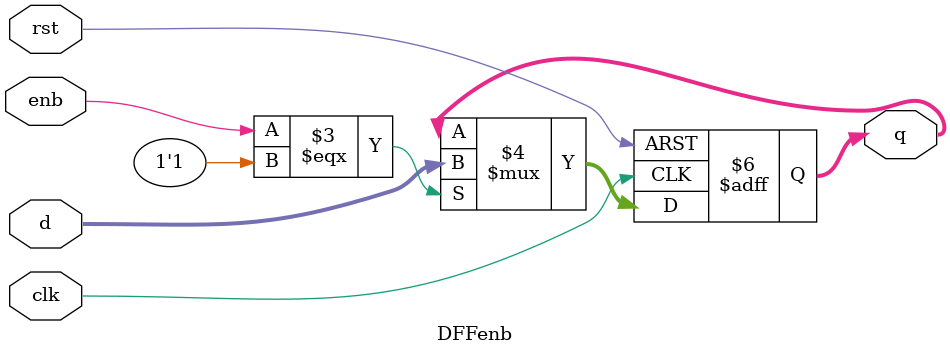
<source format=v>

module regfile(input clk,
    input we3,
    input[4:0] a1, a2, a3,
    input[31:0] wd3,
    output[31:0] rd1, rd2
);

  reg[31:0] registers[31:0];

//  assign rd1 = registers[a1];
//  assign rd2 = registers[a2];
  assign rd1 = (a1) ? registers[a1] : 0;
  assign rd2 = (a2) ? registers[a2] : 0;

  always @(posedge clk) begin
    if (we3)
      registers[a3] <= wd3;
  end
endmodule

// 2:4 decoder module
module decoder2to4(
    input [1:0] in,
    output [3:0] out
);
    assign out[0] = ~in[0] & ~in[1];
    assign out[1] =  in[0] & ~in[1];
    assign out[2] = ~in[0] &  in[1];
    assign out[3] =  in[0] &  in[1]; 
endmodule

// 2:1 multiplexer
module mux2to1#(parameter width=32)
(
    input switch,
    input[width-1:0] x0, x1,
    output[width-1:0] y
);
    assign y = switch ? x1 : x0;
endmodule

// 4:1 multiplexer
module mux4to1#(parameter width=32)
(
    input [1:0] sel,
    input [width-1:0] x0, x1, x2, x3,
    output [width-1:0] y
);

  assign y = (sel[1]) ?
              ((sel[0]) ? x3 : x2) :
              ((sel[0]) ? x1 : x0); 
endmodule

// left-shift by 2
module sll2#(parameter inwidth=32, parameter outwidth=32)
(input [inwidth-1:0] in, output [outwidth-1:0] out);
  assign out = in << 2;
endmodule

// sign extend 16-bit value to 32-bits
module signext16to32(input [15:0] in, output [31:0] out);
  assign out = (in[15]) ? {16'hFFFF, in} : {16'h0000, in};
endmodule

// D flip-flop with reset
module DFF#(parameter width=32)
(
    input clk, rst,
    input [width-1:0] d,
    output reg[width-1:0] q 
);
  always @(posedge clk, posedge rst) begin
    if (rst === 1'b1)
      q <= 0;
    else
      q <= d;
  end
endmodule

// D flip-flop with reset and enable
module DFFenb#(parameter width=32)
(
    input clk, rst, enb,
    input [width-1:0] d,
    output reg[width-1:0] q 
);
  always @(posedge clk, posedge rst) begin  
    if (rst === 1'b1) begin
      q <= 0;
    end else begin  
      if (enb === 1'b1)
        q <= d;
    end
  end
endmodule
</source>
